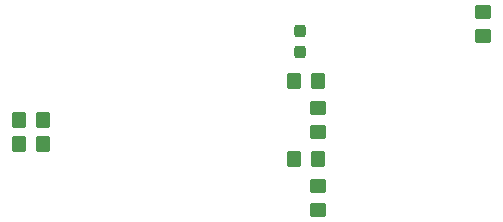
<source format=gbr>
%TF.GenerationSoftware,KiCad,Pcbnew,7.0.7*%
%TF.CreationDate,2023-09-24T14:06:49+13:00*%
%TF.ProjectId,MAIN BOARD,4d41494e-2042-44f4-9152-442e6b696361,rev?*%
%TF.SameCoordinates,Original*%
%TF.FileFunction,Paste,Top*%
%TF.FilePolarity,Positive*%
%FSLAX46Y46*%
G04 Gerber Fmt 4.6, Leading zero omitted, Abs format (unit mm)*
G04 Created by KiCad (PCBNEW 7.0.7) date 2023-09-24 14:06:49*
%MOMM*%
%LPD*%
G01*
G04 APERTURE LIST*
G04 Aperture macros list*
%AMRoundRect*
0 Rectangle with rounded corners*
0 $1 Rounding radius*
0 $2 $3 $4 $5 $6 $7 $8 $9 X,Y pos of 4 corners*
0 Add a 4 corners polygon primitive as box body*
4,1,4,$2,$3,$4,$5,$6,$7,$8,$9,$2,$3,0*
0 Add four circle primitives for the rounded corners*
1,1,$1+$1,$2,$3*
1,1,$1+$1,$4,$5*
1,1,$1+$1,$6,$7*
1,1,$1+$1,$8,$9*
0 Add four rect primitives between the rounded corners*
20,1,$1+$1,$2,$3,$4,$5,0*
20,1,$1+$1,$4,$5,$6,$7,0*
20,1,$1+$1,$6,$7,$8,$9,0*
20,1,$1+$1,$8,$9,$2,$3,0*%
G04 Aperture macros list end*
%ADD10RoundRect,0.250000X-0.350000X-0.450000X0.350000X-0.450000X0.350000X0.450000X-0.350000X0.450000X0*%
%ADD11RoundRect,0.250000X0.350000X0.450000X-0.350000X0.450000X-0.350000X-0.450000X0.350000X-0.450000X0*%
%ADD12RoundRect,0.250000X-0.450000X0.350000X-0.450000X-0.350000X0.450000X-0.350000X0.450000X0.350000X0*%
%ADD13RoundRect,0.237500X0.237500X-0.287500X0.237500X0.287500X-0.237500X0.287500X-0.237500X-0.287500X0*%
G04 APERTURE END LIST*
D10*
%TO.C,R8*%
X155972000Y-111252000D03*
X157972000Y-111252000D03*
%TD*%
%TO.C,R6*%
X155972000Y-104648000D03*
X157972000Y-104648000D03*
%TD*%
D11*
%TO.C,R4*%
X134694000Y-109990000D03*
X132694000Y-109990000D03*
%TD*%
D12*
%TO.C,R5*%
X171958000Y-98822000D03*
X171958000Y-100822000D03*
%TD*%
%TO.C,R7*%
X157988000Y-106950000D03*
X157988000Y-108950000D03*
%TD*%
%TO.C,R9*%
X157988000Y-113554000D03*
X157988000Y-115554000D03*
%TD*%
D11*
%TO.C,R3*%
X134694000Y-107958000D03*
X132694000Y-107958000D03*
%TD*%
D13*
%TO.C,FB1*%
X156464000Y-102221000D03*
X156464000Y-100471000D03*
%TD*%
M02*

</source>
